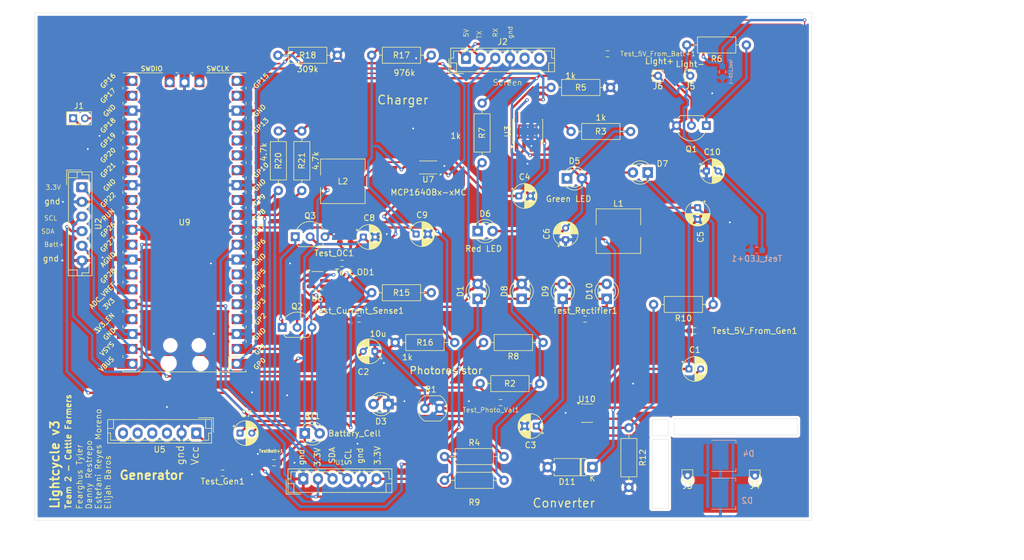
<source format=kicad_pcb>
(kicad_pcb (version 20241229) (generator "pcbnew") (generator_version "9.0")
  (title_block (title "PCB Layout For LightCycle") (date "2025-11-18") (rev "3") (company "LightCycle"))
  (layers (0 "F.Cu" signal) (2 "B.Cu" signal) (13 "F.Paste" user) (15 "B.Paste" user) (5 "F.SilkS" user "F.Silkscreen") (7 "B.SilkS" user "B.Silkscreen") (1 "F.Mask" user) (3 "B.Mask" user) (25 "Edge.Cuts" user))
  (net 0 "")
  (net 1 "Net-(BT1--)")
  (net 2 "GND")
  (net 3 "Net-(U3-~{STDBY})")
  (net 4 "Net-(U3-~{CHRG})")
  (net 5 "Net-(U3-PROG)")
  (net 6 "/5V")
  (net 7 "Net-(D3-A)")
  (net 8 "Net-(D5-K)")
  (net 9 "/V_charge")
  (net 10 "Net-(D6-K)")
  (net 11 "/GPIO26")
  (net 12 "Net-(Q3-G)")
  (net 13 "Net-(U6-CS)")
  (net 14 "Net-(U6-VCC)")
  (net 15 "Net-(Q2-G)")
  (net 17 "/GPIO15")
  (net 18 "Net-(Q1-D)")
  (net 19 "Net-(Q2-D)")
  (net 32 "/GPIO6_SDA")
  (net 40 "/GPIO7_SCL")
  (net 43 "Net-(D10-K)")
  (net 44 "Net-(D1-K)")
  (net 66 "Net-(D11-K)")
  (net 67 "Net-(D7-K)")
  (net 68 "Net-(U10-Vfb)")
  (net 69 "Net-(U7-SW)")
  (net 70 "Net-(U7-V_{FB})")
  (net 71 "/Batt+")
  (net 72 "3.3V")
  (net 73 "/GPIO20")
  (net 74 "/GPIO21")
  (net 75 "/GPIO1_RX")
  (net 76 "/GPIO0_TX")
  (net 77 "/GPIO9")
  (net 78 "/GPIO8")
  (net 79 "/GPIO27")
  (net 80 "Net-(J5-Pin_1)")
  (net 81 "Net-(D2-A)")
  (net 82 "Net-(D2-K)")
  (footprint "Capacitor_THT:CP_Radial_D4.0mm_P2.00mm" (layer "F.Cu") (at 169 94 -90)
    (property "Reference" "C5")
    (property "Value" "20u")
  )
  (footprint "Inductor_SMD:L_Wuerth_WE-PD-Typ-7345" (layer "F.Cu") (at 108.5 89.5)
    (property "Reference" "L2")
    (property "Value" "4.7u")
  )
  (footprint "Resistor_THT:R_Axial_DIN0207_L6.3mm_D2.5mm_P10.16mm_Horizontal" (layer "F.Cu") (at 177.33 66.25 180)
    (property "Reference" "R6")
    (property "Value" "1k")
  )
  (footprint "LED_THT:LED_D3.0mm_Clear" (layer "F.Cu") (at 102 132.5)
    (property "Reference" "BT1")
    (property "Value" "Battery_Cell")
  )
  (footprint "Resistor_THT:R_Axial_DIN0207_L6.3mm_D2.5mm_P10.16mm_Horizontal" (layer "F.Cu") (at 97.5 80.92 -90)
    (property "Reference" "R20")
    (property "Value" "4.7k")
  )
  (footprint "Resistor_THT:R_Axial_DIN0207_L6.3mm_D2.5mm_P10.16mm_Horizontal" (layer "F.Cu") (at 117.42 117)
    (property "Reference" "R16")
    (property "Value" "1k")
  )
  (footprint "LED_THT:LED_D3.0mm_Clear" (layer "F.Cu") (at 160.5 88 180)
    (property "Reference" "D7")
    (property "Value" "1N4148WT")
  )
  (footprint "Resistor_THT:R_Axial_DIN0207_L6.3mm_D2.5mm_P10.16mm_Horizontal" (layer "F.Cu") (at 142.08 124 180)
    (property "Reference" "R2")
    (property "Value" "10k")
  )
  (footprint "Connector_PinHeader_2.00mm:PinHeader_2x01_P2.00mm_Vertical" (layer "F.Cu") (at 62.5 78.75)
    (property "Reference" "J1")
    (property "Value" "IMU_Int1_Int2")
  )
  (footprint "Resistor_SMD:R_0603_1608Metric_Pad0.98x0.95mm_HandSolder" (layer "F.Cu") (at 153.655 67.75)
    (property "Reference" "Test_5V_From_Batt+1")
    (property "Value" "0R")
  )
  (footprint "Package_TO_SOT_THT:TO-92L_Inline_Wide" (layer "F.Cu") (at 100.3775 98.95)
    (property "Reference" "Q3")
    (property "Value" "NMOS")
  )
  (footprint "Connector_JST:JST_EH_B6B-EH-A_1x06_P2.50mm_Vertical" (layer "F.Cu") (at 101.75 140.25)
    (property "Reference" "U1")
    (property "Value" "~")
  )
  (footprint "Resistor_THT:R_Axial_DIN0207_L6.3mm_D2.5mm_P10.16mm_Horizontal" (layer "F.Cu") (at 171.66 110.5 180)
    (property "Reference" "R10")
    (property "Value" "52.3k")
  )
  (footprint "Resistor_THT:R_Axial_DIN0207_L6.3mm_D2.5mm_P10.16mm_Horizontal" (layer "F.Cu") (at 101.5 91.08 90)
    (property "Reference" "R21")
    (property "Value" "4.7k")
  )
  (footprint "Resistor_THT:R_Axial_DIN0207_L6.3mm_D2.5mm_P10.16mm_Horizontal" (layer "F.Cu") (at 157.2825 131.55 -90)
    (property "Reference" "R12")
    (property "Value" "10k")
  )
  (footprint "Package_TO_SOT_SMD:SOT-23-6" (layer "F.Cu") (at 104.1375 106.45)
    (property "Reference" "U6")
    (property "Value" "DW01A")
  )
  (footprint "Package_TO_SOT_SMD:SOT-23-6" (layer "F.Cu") (at 150.1375 129.05)
    (property "Reference" "U10")
    (property "Value" "MCP16301x-xCH")
  )
  (footprint "LED_THT:LED_D3.0mm_Clear" (layer "F.Cu") (at 131.5 98)
    (property "Reference" "D6")
    (property "Value" "Red LED")
  )
  (footprint "LED_THT:LED_D3.0mm_Clear" (layer "F.Cu") (at 146 109.54 90)
    (property "Reference" "D9")
    (property "Value" "1N4148WT" (hide yes))
  )
  (footprint "Connector_JST:JST_EH_B6B-EH-A_1x06_P2.50mm_Vertical" (layer "F.Cu") (at 64 90.5 -90)
    (property "Reference" "U2")
    (property "Value" "~")
  )
  (footprint "Resistor_THT:R_Axial_DIN0207_L6.3mm_D2.5mm_P10.16mm_Horizontal" (layer "F.Cu") (at 157.58 81 180)
    (property "Reference" "R3")
    (property "Value" "1k")
  )
  (footprint "Package_SO:SOIC-8-1EP_3.9x4.9mm_P1.27mm_EP2.41x3.3mm_ThermalVias" (layer "F.Cu") (at 140.0274 81 90)
    (property "Reference" "U3")
    (property "Value" "TP4056-42-ESOP8")
  )
  (footprint "Capacitor_THT:CP_Radial_D4.0mm_P2.00mm" (layer "F.Cu") (at 141.5 131.25 180)
    (property "Reference" "C3")
    (property "Value" "100u")
  )
  (footprint "LED_THT:LED_D3.0mm_Clear" (layer "F.Cu") (at 131.5 109.54 90)
    (property "Reference" "D1")
    (property "Value" "1N4148WT" (hide yes))
  )
  (footprint "Resistor_THT:R_Axial_DIN0207_L6.3mm_D2.5mm_P10.16mm_Horizontal" (layer "F.Cu") (at 113.42 68)
    (property "Reference" "R17")
    (property "Value" "976k")
  )
  (footprint "OptoDevice:R_LDR_4.9x4.2mm_P2.54mm_Vertical" (layer "F.Cu") (at 122.4993 128.2334)
    (property "Reference" "R1")
    (property "Value" "R_Photo")
  )
  (footprint "LED_THT:LED_D3.0mm_Clear" (layer "F.Cu") (at 153.5 109.54 90)
    (property "Reference" "D10")
    (property "Value" "1N4148WT" (hide yes))
  )
  (footprint "Resistor_THT:R_Axial_DIN0207_L6.3mm_D2.5mm_P10.16mm_Horizontal" (layer "F.Cu") (at 132.25 86.33 90)
    (property "Reference" "R7")
    (property "Value" "1k")
  )
  (footprint "Connector_Pin:Pin_D0.7mm_L6.5mm_W1.8mm_FlatFork" (layer "F.Cu") (at 167.75 71.5)
    (property "Reference" "J5")
    (property "Value" "Light-")
  )
  (footprint "Capacitor_THT:CP_Radial_D4.0mm_P2.00mm" (layer "F.Cu") (at 90.969 132.45)
    (property "Reference" "C7")
    (property "Value" "0.1u")
  )
  (footprint "Resistor_SMD:R_0603_1608Metric_Pad0.98x0.95mm_HandSolder" (layer "F.Cu") (at 108.345 103.5)
    (property "Reference" "Test_OD1")
    (property "Value" "0R")
  )
  (footprint "Connector_Pin:Pin_D0.7mm_L6.5mm_W1.8mm_FlatFork" (layer "F.Cu") (at 178.78 139.695)
    (property "Reference" "J4")
    (property "Value" "Light-")
  )
  (footprint "Resistor_THT:R_Axial_DIN0207_L6.3mm_D2.5mm_P10.16mm_Horizontal" (layer "F.Cu") (at 144 73.5)
    (property "Reference" "R5")
    (property "Value" "2k")
  )
  (footprint "Resistor_SMD:R_0603_1608Metric_Pad0.98x0.95mm_HandSolder" (layer "F.Cu") (at 88 139.25 180)
    (property "Reference" "Test_Gen1")
    (property "Value" "0R")
  )
  (footprint "Resistor_THT:R_Axial_DIN0207_L6.3mm_D2.5mm_P10.16mm_Horizontal" (layer "F.Cu") (at 125.84 140.5)
    (property "Reference" "R9")
    (property "Value" "4.7k")
  )
  (footprint "Package_TO_SOT_THT:TO-92L_Inline_Wide" (layer "F.Cu") (at 170.5 80 180)
    (property "Reference" "Q1")
    (property "Value" "NMOS")
  )
  (footprint "Resistor_THT:R_Axial_DIN0207_L6.3mm_D2.5mm_P10.16mm_Horizontal" (layer "F.Cu") (at 142.66 117 180)
    (property "Reference" "R8")
    (property "Value" "10k")
  )
  (footprint "Resistor_THT:R_Axial_DIN0207_L6.3mm_D2.5mm_P10.16mm_Horizontal" (layer "F.Cu") (at 125.84 136.45)
    (property "Reference" "R4")
    (property "Value" "4.7k")
  )
  (footprint "Inductor_SMD:L_Wuerth_WE-PD-Typ-7345" (layer "F.Cu") (at 155.5 98)
    (property "Reference" "L1")
    (property "Value" "22u")
  )
  (footprint "Capacitor_THT:CP_Radial_D4.0mm_P2.00mm" (layer "F.Cu") (at 121 98.5)
    (property "Reference" "C9")
    (property "Value" "10u")
  )
  (footprint "Package_TO_SOT_THT:TO-92L_Inline_Wide" (layer "F.Cu") (at 98.1571 114.41)
    (property "Reference" "Q2")
    (property "Value" "NMOS")
  )
  (footprint "Package_DFN_QFN:DFN-8-1EP_3x2mm_P0.5mm_EP1.75x1.45mm" (layer "F.Cu") (at 123.0625 87.1375 180)
    (property "Reference" "U7")
    (property "Value" "MCP1640Bx-xMC")
  )
  (footprint "Connector_JST:JST_EH_B6B-EH-A_1x06_P2.50mm_Vertical" (layer "F.Cu") (at 129.5 68.5)
    (property "Reference" "J2")
    (property "Value" "Screen")
  )
  (footprint "Resistor_SMD:R_0603_1608Metric_Pad0.98x0.95mm_HandSolder" (layer "F.Cu") (at 149.82 113)
    (property "Reference" "Test_Rectifier1")
    (property "Value" "0R")
  )
  (footprint "Connector_Pin:Pin_D0.7mm_L6.5mm_W1.8mm_FlatFork" (layer "F.Cu") (at 167.28 139.645)
    (property "Reference" "J3")
    (property "Value" "Light+")
  )
  (footprint "Resistor_THT:R_Axial_DIN0207_L6.3mm_D2.5mm_P10.16mm_Horizontal" (layer "F.Cu") (at 97.42 68)
    (property "Reference" "R18")
    (property "Value" "309k")
  )
  (footprint "LED_THT:LED_D3.0mm_Clear" (layer "F.Cu") (at 116.27 127.5 180)
    (property "Reference" "D3")
    (property "Value" "LED")
  )
  (footprint "Capacitor_THT:CP_Radial_D4.0mm_P2.00mm" (layer "F.Cu") (at 112 99)
    (property "Reference" "C8")
    (property "Value" "4.7u")
  )
  (footprint "Capacitor_THT:CP_Radial_D4.0mm_P2.00mm" (layer "F.Cu") (at 146.5 99.4726 90)
    (property "Reference" "C6")
    (property "Value" "100u")
  )
  (footprint "Capacitor_THT:CP_Radial_D4.0mm_P2.00mm" (layer "F.Cu") (at 167.5274 121.5)
    (property "Reference" "C1")
    (property "Value" "100n")
  )
  (footprint "Connector_JST:JST_EH_B6B-EH-A_1x06_P2.50mm_Vertical" (layer "F.Cu") (at 83.5 132.45 180)
    (property "Reference" "U5")
    (property "Value" "~")
  )
  (footprint "Capacitor_THT:CP_Radial_D4.0mm_P2.00mm" (layer "F.Cu") (at 113.9726 118.5 180)
    (property "Reference" "C2")
    (property "Value" "10u")
  )
  (footprint "Resistor_SMD:R_0603_1608Metric_Pad0.98x0.95mm_HandSolder" (layer "F.Cu") (at 96.75 137.5)
    (property "Reference" "TestBatt+1")
    (property "Value" "0R")
  )
  (footprint "Resistor_THT:R_Axial_DIN0207_L6.3mm_D2.5mm_P10.16mm_Horizontal" (layer "F.Cu") (at 123.58 108.5 180)
    (property "Reference" "R15")
    (property "Value" "100R")
  )
  (footprint "Resistor_SMD:R_0603_1608Metric_Pad0.98x0.95mm_HandSolder" (layer "F.Cu") (at 111.25 113)
    (property "Reference" "Test_Current_Sense1")
    (property "Value" "0R")
  )
  (footprint "Resistor_SMD:R_0603_1608Metric_Pad0.98x0.95mm_HandSolder" (layer "F.Cu") (at 108.905 100 180)
    (property "Reference" "Test_OC1")
    (property "Value" "0R")
  )
  (footprint "LED_THT:LED_D3.0mm_Clear" (layer "F.Cu") (at 146.73 89)
    (property "Reference" "D5")
    (property "Value" "Green LED")
  )
  (footprint "Connector_Pin:Pin_D0.7mm_L6.5mm_W1.8mm_FlatFork" (layer "F.Cu") (at 162.25 71.5)
    (property "Reference" "J6")
    (property "Value" "Light+")
  )
  (footprint "Resistor_SMD:R_0603_1608Metric_Pad0.98x0.95mm_HandSolder" (layer "F.Cu") (at 168.5 115)
    (property "Reference" "Test_5V_From_Gen1")
    (property "Value" "0R")
  )
  (footprint "LED_THT:LED_D3.0mm_Clear" (layer "F.Cu") (at 139 109.54 90)
    (property "Reference" "D8")
    (property "Value" "1N4148WT" (hide yes))
  )
  (footprint "Capacitor_THT:CP_Radial_D4.0mm_P2.00mm" (layer "F.Cu") (at 138.5 92)
    (property "Reference" "C4")
    (property "Value" "10u")
  )
  (footprint "Diode_THT:D_A-405_P7.62mm_Horizontal" (layer "F.Cu") (at 151.06 138.25 180)
    (property "Reference" "D11")
    (property "Value" "D_Schottky")
  )
  (footprint "Capacitor_THT:CP_Radial_D4.0mm_P2.00mm" (layer "F.Cu") (at 170.5 87.75)
    (property "Reference" "C10")
    (property "Value" "100n")
  )
  (footprint "Resistor_SMD:R_0603_1608Metric_Pad0.98x0.95mm_HandSolder" (layer "F.Cu") (at 135.405 127.25 180)
    (property "Reference" "Test_Photo_Val1")
    (property "Value" "0R")
  )
  (footprint "MCU_RaspberryPi_and_Boards:RPi_Pico_SMD_TH" (layer "F.Cu") (at 81.5 96.5 180)
    (property "Reference" "U9")
    (property "Value" "Pico")
  )
  (footprint "LED_SMD:LED_Cree-XHP50_3V_HighDensity" (layer "B.Cu") (at 172.89 136.32 180)
    (property "Reference" "D4")
    (property "Value" "LED_Cree_XHP50_3V_HighDensity" (hide yes))
  )
  (footprint "Resistor_SMD:R_0603_1608Metric_Pad0.98x0.95mm_HandSolder" (layer "B.Cu") (at 173.25 70.8375 90)
    (property "Reference" "Test_LED-1")
    (property "Value" "0R")
  )
  (footprint "Resistor_SMD:R_0603_1608Metric_Pad0.98x0.95mm_HandSolder" (layer "B.Cu") (at 179.0875 101.25)
    (property "Reference" "Test_LED+1")
    (property "Value" "0R")
  )
  (footprint "LED_SMD:LED_Cree-XHP50_3V_HighDensity" (layer "B.Cu") (at 172.86 142.775 180)
    (property "Reference" "D2")
    (property "Value" "LED_Cree_XHP50_3V_HighDensity" (hide yes))
  )
  (gr_rect (start 56.821362 62) (end 187.25 146.624906) (stroke (width 0.2)) (fill no) (layer "F.Cu") (net 80))
  (gr_rect (start 161.25 133.5) (end 164 145.25) (stroke (width 0.05)) (fill no) (layer "Edge.Cuts"))
  (gr_rect (start 161.25 130.125) (end 164 132.875) (stroke (width 0.05)) (fill no) (layer "Edge.Cuts"))
  (gr_rect (start 55.936681 60.771756) (end 188.478244 147.313319) (stroke (width 0.05)) (fill no) (layer "Edge.Cuts"))
  (gr_rect (start 165 130) (end 186 132.75) (stroke (width 0.05)) (fill no) (layer "Edge.Cuts"))
  (gr_text "1k" (at 127.75 81.75 0) (layer "F.SilkS") (effects (font (size 1 1))))
  (gr_text "SDA" (at 57 98.5 0) (layer "F.SilkS") (effects (font (size 0.8 0.8) (thickness 0.1)) (justify left bottom)))
  (gr_text "Fearghus Tyler\nDanny Restrepo\nEstefani Reyes Moreno\nElijah Baros" (at 69 145.5 90) (layer "F.SilkS") (effects (font (size 1 1) (thickness 0.12)) (justify left bottom)))
  (gr_text "3.3V" (at 115 138 90) (layer "F.SilkS") (effects (font (size 1 1)) (justify left bottom)))
  (gr_text "Batt+" (at 57.5 100.75 0) (layer "F.SilkS") (effects (font (size 0.8 0.8) (thickness 0.1)) (justify left bottom)))
  (gr_text "gnd" (at 81.5 138 90) (layer "F.SilkS") (effects (font (size 1.25 1.25)) (justify left bottom)))
  (gr_text "Lightcycle v3" (at 60.25 145.5 90) (layer "F.SilkS") (effects (font (size 1.5 1.5) (thickness 0.3) (bold yes)) (justify left bottom)))
  (gr_text "3.3V" (at 104.75 138.25 90) (layer "F.SilkS") (effects (font (size 1 1)) (justify left bottom)))
  (gr_text "3.3V" (at 57.75 91 0) (layer "F.SilkS") (effects (font (size 0.8 0.8) (thickness 0.1)) (justify left bottom)))
  (gr_text "gnd" (at 137.5 65.25 90) (layer "F.SilkS") (effects (font (size 0.8 0.8) (thickness 0.1)) (justify left bottom)))
  (gr_text "SCL" (at 57.5 96.25 0) (layer "F.SilkS") (effects (font (size 0.8 0.8) (thickness 0.1)) (justify left bottom)))
  (gr_text "Team 2 - Cattle Farmers" (at 62.25 145.5 90) (layer "F.SilkS") (effects (font (size 1 1) (thickness 0.2) (bold yes)) (justify left bottom)))
  (gr_text "Charger" (at 114.25 76.5 0) (layer "F.SilkS") (effects (font (size 1.5 1.5) (thickness 0.1875)) (justify left bottom)))
  (gr_text "5V" (at 130 65 90) (layer "F.SilkS") (effects (font (size 0.8 0.8) (thickness 0.1)) (justify left bottom)))
  (gr_text "TX" (at 132.25 65.25 90) (layer "F.SilkS") (effects (font (size 0.8 0.8) (thickness 0.1)) (justify left bottom)))
  (gr_text "SDA" (at 107.25 137.75 90) (layer "F.SilkS") (effects (font (size 1 1)) (justify left bottom)))
  (gr_text "gnd" (at 57.25 103.25 0) (layer "F.SilkS") (effects (font (size 1 1)) (justify left bottom)))
  (gr_text "Generator" (at 70.25 140.5 0) (layer "F.SilkS") (effects (font (size 1.5 1.5) (thickness 0.3) (bold yes)) (justify left bottom)))
  (gr_text "Vcc" (at 84 138 90) (layer "F.SilkS") (effects (font (size 1.25 1.25)) (justify left bottom)))
  (gr_text "Photoresistor" (at 119.75 122.5 0) (layer "F.SilkS") (effects (font (size 1.25 1.25) (thickness 0.1875)) (justify left bottom)))
  (gr_text "Converter" (at 140.75 145.25 0) (layer "F.SilkS") (effects (font (size 1.5 1.5) (thickness 0.1875)) (justify left bottom)))
  (gr_text "Screen" (at 134 73.25 0) (layer "F.SilkS") (effects (font (size 1 1) (thickness 0.1)) (justify left bottom)))
  (gr_text "gnd" (at 57.5 93.5 0) (layer "F.SilkS") (effects (font (size 1 1)) (justify left bottom)))
  (gr_text "1k" (at 147.33 71.5 0) (layer "F.SilkS") (effects (font (size 1 1))))
  (gr_text "gnd" (at 112 137.75 90) (layer "F.SilkS") (effects (font (size 1 1)) (justify left bottom)))
  (gr_text "RX" (at 135 65 90) (layer "F.SilkS") (effects (font (size 0.8 0.8) (thickness 0.1)) (justify left bottom)))
  (gr_text "SCL" (at 110 138 90) (layer "F.SilkS") (effects (font (size 1 1)) (justify left bottom)))
  (gr_text "gnd" (at 102 138 90) (layer "F.SilkS") (effects (font (size 1 1)) (justify left bottom)))
  (segment (start 94.3207 131.098) (end 103.138 131.098) (width 0.4) (layer "F.Cu") (net 1))
  (segment (start 106.947 105.438) (end 105.338 105.438) (width 0.4) (layer "F.Cu") (net 1))
  (segment (start 103.138 131.098) (end 104.54 132.5) (width 0.4) (layer "F.Cu") (net 1))
  (segment (start 105.338 105.438) (end 105.275 105.5) (width 0.4) (layer "F.Cu") (net 1))
  (segment (start 92.969 132.45) (end 94.3207 131.098) (width 0.4) (layer "F.Cu") (net 1))
  (via (at 106.947 105.438) (size 0.6) (drill 0.3) (layers "F.Cu" "B.Cu") (net 1))
  (segment (start 103.237 131.197) (end 104.54 132.5) (width 0.4) (layer "B.Cu") (net 1))
  (segment (start 106.226 105.438) (end 106.947 105.438) (width 0.4) (layer "B.Cu") (net 1))
  (segment (start 103.237 114.41) (end 103.237 131.197) (width 0.4) (layer "B.Cu") (net 1))
  (segment (start 103.095 114.268) (end 103.095 108.569) (width 0.4) (layer "B.Cu") (net 1))
  (segment (start 103.095 108.569) (end 106.226 105.438) (width 0.4) (layer "B.Cu") (net 1))
  (segment (start 103.2371 114.41) (end 103.237 114.41) (width 0.4) (layer "B.Cu") (net 1))
  (segment (start 103.237 114.41) (end 103.095 114.268) (width 0.4) (layer "B.Cu") (net 1))
  (segment (start 92.75 139.25) (end 93 139.5) (width 0.4) (layer "F.Cu") (net 2))
  (segment (start 140.662 82.265) (end 141.227 81.7) (width 0.4) (layer "F.Cu") (net 2))
  (segment (start 125.8105 86.8875) (end 125.4615 87.2365) (width 0.4) (layer "F.Cu") (net 2))
  (segment (start 140.662 81.635) (end 140.662 82.265) (width 0.4) (layer "F.Cu") (net 2))
  (segment (start 141.227 80.3) (end 141.227 80.5) (width 0.4) (layer "F.Cu") (net 2))
  (segment (start 114 99) (end 115.5 99) (width 0.4) (layer "F.Cu") (net 2))
  (segment (start 140.662 83.475) (end 140.662 82.265) (width 0.4) (layer "F.Cu") (net 2))
  (segment (start 94.3375 136) (end 95.8375 137.5) (width 0.4) (layer "F.Cu") (net 2))
  (segment (start 115.5 99) (end 116 98.5) (width 0.4) (layer "F.Cu") (net 2))
  (segment (start 138.827 81.7) (end 138.827 80.3) (width 0.4) (layer "F.Cu") (net 2))
  (segment (start 140.662 83.475) (end 140.662 82.265) (width 0.4) (layer "F.Cu") (net 2))
  (segment (start 128.767 128.233) (end 130 127) (width 0.4) (layer "F.Cu") (net 2))
  (segment (start 138.8274 80.3) (end 139.327 80.3) (width 0.4) (layer "F.Cu") (net 2))
  (segment (start 86.65 102.85) (end 86 103.5) (width 0.4) (layer "F.Cu") (net 2))
  (segment (start 138.827 81.7) (end 138.122 82.405) (width 0.4) (layer "F.Cu") (net 2))
  (segment (start 94 136) (end 94.3375 136) (width 0.4) (layer "F.Cu") (net 2))
  (segment (start 138.122 82.405) (end 138.122 83.475) (width 0.4) (layer "F.Cu") (net 2))
  (segment (start 125.039 128.233) (end 128.767 128.233) (width 0.4) (layer "F.Cu") (net 2))
  (segment (start 107 98.5) (end 105.908 98.5) (width 0.4) (layer "F.Cu") (net 2))
  (segment (start 88.9125 139.25) (end 92.75 139.25) (width 0.4) (layer "F.Cu") (net 2))
  (segment (start 90.39 102.85) (end 86.65 102.85) (width 0.4) (layer "F.Cu") (net 2))
  (segment (start 138.827 80.3) (end 138.8274 80.3) (width 0.4) (layer "F.Cu") (net 2))
  (segment (start 67 115) (end 72.06 115) (width 0.4) (layer "F.Cu") (net 2))
  (segment (start 72.06 115) (end 72.61 115.55) (width 0.4) (layer "F.Cu") (net 2))
  (segment (start 141.227 80.5) (end 140.027 81.7) (width 0.4) (layer "F.Cu") (net 2))
  (segment (start 105.908 98.5) (end 105.458 98.95) (width 0.4) (layer "F.Cu") (net 2))
  (segment (start 118.5 127.5) (end 119 127) (width 0.4) (layer "F.Cu") (net 2))
  (segment (start 139.327 80.3) (end 140.662 81.635) (width 0.4) (layer "F.Cu") (net 2))
  (segment (start 148.95 129) (end 149 129.05) (width 0.4) (layer "F.Cu") (net 2))
  (segment (start 125.4615 87.2365) (end 124.6635 87.2365) (width 0.5) (layer "F.Cu") (net 2))
  (segment (start 140.027 80.3) (end 140.027 80.5) (width 0.4) (layer "F.Cu") (net 2))
  (segment (start 90.39 115.55) (end 86.55 115.55) (width 0.4) (layer "F.Cu") (net 2))
  (segment (start 64 103) (end 60.6475 103) (width 0.4) (layer "F.Cu") (net 2))
  (segment (start 86.55 115.55) (end 86.5 115.5) (width 0.4) (layer "F.Cu") (net 2))
  (segment (start 72.26 102.5) (end 72.61 102.85) (width 0.4) (layer "F.Cu") (net 2))
  (segment (start 141.227 81.7) (end 138.827 81.7) (width 0.4) (layer "F.Cu") (net 2))
  (segment (start 64 93) (end 60.75 93) (width 0.4) (layer "F.Cu") (net 2))
  (segment (start 146.5 129) (end 148.95 129) (width 0.4) (layer "F.Cu") (net 2))
  (segment (start 113.973 118.5) (end 113.973 118.973) (width 0.4) (layer "F.Cu") (net 2))
  (segment (start 116.27 127.5) (end 118.5 127.5) (width 0.4) (layer "F.Cu") (net 2))
  (segment (start 140.027 80.5) (end 138.827 81.7) (width 0.4) (layer "F.Cu") (net 2))
  (segment (start 67.5 102.5) (end 72.26 102.5) (width 0.4) (layer "F.Cu") (net 2))
  (segment (start 113.973 118.973) (end 115.5 120.5) (width 0.4) (layer "F.Cu") (net 2))
  (via (at 67 81.75) (size 0.6) (drill 0.3) (layers "F.Cu" "B.Cu") (net 2))
  (via (at 120.5 80.5) (size 0.6) (drill 0.3) (layers "F.Cu" "B.Cu") (net 2))
  (via (at 107 98.5) (size 0.6) (drill 0.3) (layers "F.Cu" "B.Cu") (net 2))
  (via (at 174.5 96.5) (size 0.6) (drill 0.3) (layers "F.Cu" "B.Cu") (net 2))
  (via (at 60.6475 103) (size 0.6) (drill 0.3) (layers "F.Cu" "B.Cu") (net 2))
  (via (at 140.662 83.475) (size 0.6) (drill 0.3) (layers "F.Cu" "B.Cu") (net 2))
  (via (at 119 127) (size 0.6) (drill 0.3) (layers "F.Cu" "B.Cu") (net 2))
  (via (at 130 127) (size 0.6) (drill 0.3) (layers "F.Cu" "B.Cu") (net 2))
  (via (at 99.5 103.5) (size 0.6) (drill 0.3) (layers "F.Cu" "B.Cu") (net 2))
  (via (at 93 139.5) (size 0.6) (drill 0.3) (layers "F.Cu" "B.Cu") (net 2))
  (via (at 67 115) (size 0.6) (drill 0.3) (layers "F.Cu" "B.Cu") (net 2))
  (via (at 116 98.5) (size 0.6) (drill 0.3) (layers "F.Cu" "B.Cu") (net 2))
  (via (at 158 124) (size 0.6) (drill 0.3) (layers "F.Cu" "B.Cu") (net 2))
  (via (at 94 136) (size 0.6) (drill 0.3) (layers "F.Cu" "B.Cu") (net 2))
  (via (at 125.8105 86.8875) (size 0.6) (drill 0.3) (layers "F.Cu" "B.Cu") (net 2))
  (via (at 171.5 74.5) (size 0.6) (drill 0.3) (layers "F.Cu" "B.Cu") (net 2))
  (via (at 86 103.5) (size 0.6) (drill 0.3) (layers "F.Cu" "B.Cu") (net 2))
  (via (at 65 84) (size 0.6) (drill 0.3) (layers "F.Cu" "B.Cu") (net 2))
  (via (at 100.25 137.5) (size 0.6) (drill 0.3) (layers "F.Cu" "B.Cu") (net 2))
  (via (at 67.5 102.5) (size 0.6) (drill 0.3) (layers "F.Cu" "B.Cu") (net 2))
  (via (at 78.5 128) (size 0.6) (drill 0.3) (layers "F.Cu" "B.Cu") (net 2))
  (via (at 146.5 129) (size 0.6) (drill 0.3) (layers "F.Cu" "B.Cu") (net 2))
  (via (at 121 68.5) (size 0.6) (drill 0.3) (layers "F.Cu" "B.Cu") (net 2))
  (via (at 60.75 93) (size 0.6) (drill 0.3) (layers "F.Cu" "B.Cu") (net 2))
  (via (at 99 126) (size 0.6) (drill 0.3) (layers "F.Cu" "B.Cu") (net 2))
  (via (at 111 134.25) (size 0.6) (drill 0.3) (layers "F.Cu" "B.Cu") (net 2))
  (via (at 86.5 115.5) (size 0.6) (drill 0.3) (layers "F.Cu" "B.Cu") (net 2))
  (via (at 93 125.5) (size 0.6) (drill 0.3) (layers "F.Cu" "B.Cu") (net 2))
  (via (at 140 86.5) (size 0.6) (drill 0.3) (layers "F.Cu" "B.Cu") (net 2))
  (via (at 115.5 120.5) (size 0.6) (drill 0.3) (layers "F.Cu" "B.Cu") (net 2))
  (segment (start 173.25 71.75) (end 173.25 72.75) (width 0.4) (layer "B.Cu") (net 2))
  (segment (start 173.25 72.75) (end 171.5 74.5) (width 0.4) (layer "B.Cu") (net 2))
  (segment (start 111.75 135) (end 111 134.25) (width 0.4) (layer "B.Cu") (net 2))
  (segment (start 141.242 84.0541) (end 140.662 83.475) (width 0.4) (layer "B.Cu") (net 2))
  (segment (start 101.75 140.25) (end 101.75 139) (width 0.4) (layer "B.Cu") (net 2))
  (segment (start 101.75 139) (end 100.25 137.5) (width 0.4) (layer "B.Cu") (net 2))
  (segment (start 141.242 85.4319) (end 141.242 84.0541) (width 0.4) (layer "B.Cu") (net 2))
  (segment (start 140.173 86.5) (end 141.242 85.4319) (width 0.4) (layer "B.Cu") (net 2))
  (segment (start 140 86.5) (end 140.173 86.5) (width 0.4) (layer "B.Cu") (net 2))
  (segment (start 111.75 140.25) (end 111.75 135) (width 0.4) (layer "B.Cu") (net 2))
  (segment (start 141.482 77.0261) (end 140.662 77.8453) (width 0.4) (layer "F.Cu") (net 3))
  (segment (start 140.662 77.8453) (end 140.662 78.525) (width 0.4) (layer "F.Cu") (net 3))
  (segment (start 140.6624 78.525) (end 140.662 78.525) (width 0.4) (layer "F.Cu") (net 3))
  (segment (start 147.42 81) (end 143.446 77.0261) (width 0.4) (layer "F.Cu") (net 3))
  (segment (start 143.446 77.0261) (end 141.482 77.0261) (width 0.4) (layer "F.Cu") (net 3))
  (segment (start 141.651 75.563) (end 139.392 77.8216) (width 0.4) (layer "F.Cu") (net 4))
  (segment (start 139.392 78.1733) (end 139.392 78.525) (width 0.4) (layer "F.Cu") (net 4))
  (segment (start 139.3924 78.1737) (end 139.3924 78.525) (width 0.4) (layer "F.Cu") (net 4))
  (segment (start 139.392 78.1733) (end 139.3924 78.1737) (width 0.4) (layer "F.Cu") (net 4))
  (segment (start 142.68 75.563) (end 141.651 75.563) (width 0.4) (layer "F.Cu") (net 4))
  (segment (start 139.392 77.8216) (end 139.392 78.1733) (width 0.4) (layer "F.Cu") (net 4))
  (via (at 142.68 75.563) (size 0.6) (drill 0.3) (layers "F.Cu" "B.Cu") (net 4))
  (segment (start 141.884 71.116) (end 142.68 71.9121) (width 0.4) (layer "B.Cu") (net 4))
  (segment (start 142.68 71.9121) (end 142.68 75.563) (width 0.4) (layer "B.Cu") (net 4))
  (segment (start 132.25 76.17) (end 137.304 71.116) (width 0.4) (layer "B.Cu") (net 4))
  (segment (start 137.304 71.116) (end 141.884 71.116) (width 0.4) (layer "B.Cu") (net 4))
  (segment (start 139.392 84.1437) (end 139.392 83.8093) (width 0.4) (layer "F.Cu") (net 5))
  (segment (start 138.58 84.9565) (end 139.392 84.1437) (width 0.4) (layer "F.Cu") (net 5))
  (segment (start 139.392 83.8093) (end 139.392 83.475) (width 0.4) (layer "F.Cu") (net 5))
  (segment (start 139.3924 83.8089) (end 139.3924 83.475) (width 0.4) (layer "F.Cu") (net 5))
  (segment (start 137.299 77.0993) (end 137.299 84.5599) (width 0.4) (layer "F.Cu") (net 5))
  (segment (start 137.299 84.5599) (end 137.695 84.9565) (width 0.4) (layer "F.Cu") (net 5))
  (segment (start 139.392 83.8093) (end 139.3924 83.8089) (width 0.4) (layer "F.Cu") (net 5))
  (segment (start 140.898 73.5) (end 137.299 77.0993) (width 0.4) (layer "F.Cu") (net 5))
  (segment (start 137.695 84.9565) (end 138.58 84.9565) (width 0.4) (layer "F.Cu") (net 5))
  (segment (start 144 73.5) (end 140.898 73.5) (width 0.4) (layer "F.Cu") (net 5))
  (segment (start 113.42 68) (end 114.792 66.6278) (width 0.4) (layer "F.Cu") (net 6))
  (segment (start 152.898 66.0808) (end 131.08 66.0808) (width 0.4) (layer "F.Cu") (net 6))
  (segment (start 118.962 87.0385) (end 121.462 87.0385) (width 0.4) (layer "F.Cu") (net 6))
  (segment (start 121.462 87.0385) (end 121.612 87.1895) (width 0.4) (layer "F.Cu") (net 6))
  (segment (start 127.628 66.6278) (end 129.5 68.5) (width 0.4) (layer "F.Cu") (net 6))
  (segment (start 154.5677 67.7498) (end 152.898 66.0808) (width 0.4) (layer "F.Cu") (net 6))
  (segment (start 114.792 66.6278) (end 127.628 66.6278) (width 0.4) (layer "F.Cu") (net 6))
  (segment (start 154.568 67.75) (end 154.5677 67.7498) (width 0.4) (layer "F.Cu") (net 6))
  (segment (start 118.5 87.5) (end 118.962 87.0385) (width 0.4) (layer "F.Cu") (net 6))
  (segment (start 121.612 87.1895) (end 121.612 87.2365) (width 0.4) (layer "F.Cu") (net 6))
  (segment (start 154.5675 67.75) (end 154.5677 67.7498) (width 0.4) (layer "F.Cu") (net 6))
  (via (at 131.08 66.0808) (size 0.6) (drill 0.3) (layers "F.Cu" "B.Cu") (net 6))
  (via (at 118.5 87.5) (size 0.6) (drill 0.3) (layers "F.Cu" "B.Cu") (net 6))
  (segment (start 113.42 68) (end 113.42 83.5) (width 0.4) (layer "B.Cu") (net 6))
  (segment (start 112.834 90.3343) (end 112.834 87.1998) (width 0.4) (layer "B.Cu") (net 6))
  (segment (start 112.834 86.0918) (end 112.834 87.1998) (width 0.4) (layer "B.Cu") (net 6))
  (segment (start 121 98.5) (end 112.834 90.3343) (width 0.4) (layer "B.Cu") (net 6))
  (segment (start 113.42 85.5061) (end 112.834 86.0918) (width 0.4) (layer "B.Cu") (net 6))
  (segment (start 129.5 67.6604) (end 129.5 68.5) (width 0.4) (layer "B.Cu") (net 6))
  (segment (start 131.08 66.0808) (end 129.5 67.6604) (width 0.4) (layer "B.Cu") (net 6))
  (segment (start 112.834 87.1998) (end 112.834 86.0918) (width 0.4) (layer "B.Cu") (net 6))
  (segment (start 113.42 83.5) (end 114.5 83.5) (width 0.4) (layer "B.Cu") (net 6))
  (segment (start 113.42 83.5) (end 113.42 85.5061) (width 0.4) (layer "B.Cu") (net 6))
  (segment (start 114.5 83.5) (end 118.5 87.5) (width 0.4) (layer "B.Cu") (net 6))
  (segment (start 116.061 125.169) (end 113.73 127.5) (width 0.4) (layer "F.Cu") (net 7))
  (segment (start 132.5 117) (end 124.331 125.169) (width 0.4) (layer "F.Cu") (net 7))
  (segment (start 124.331 125.169) (end 116.061 125.169) (width 0.4) (layer "F.Cu") (net 7))
  (segment (start 154.73 81) (end 157.58 81) (width 0.4) (layer "B.Cu") (net 8))
  (segment (start 146.73 89) (end 154.73 81) (width 0.4) (layer "B.Cu") (net 8))
  (segment (start 138.122 77.4094) (end 138.122 78.525) (width 0.4) (layer "F.Cu") (net 9))
  (segment (start 145.224 84.9535) (end 149.27 89) (width 0.4) (layer "F.Cu") (net 9))
  (segment (start 141.9324 83.475) (end 141.932 83.475) (width 0.4) (layer "F.Cu") (net 9))
  (segment (start 141.932 84.9535) (end 140.587 84.9535) (width 0.4) (layer "F.Cu") (net 9))
  (segment (start 158.5 94) (end 154.27 94) (width 0.4) (layer "F.Cu") (net 9))
  (segment (start 169.412 114.687) (end 169.412 112.748) (width 0.4) (layer "F.Cu") (net 9))
  (segment (start 141.932 83.475) (end 141.932 84.9535) (width 0.4) (layer "F.Cu") (net 9))
  (segment (start 169.412 112.748) (end 171.66 110.5) (width 0.4) (layer "F.Cu") (net 9))
  (segment (start 134.04 98) (end 145.973 98) (width 0.4) (layer "F.Cu") (net 9))
  (segment (start 138.1224 78.525) (end 138.122 78.525) (width 0.4) (layer "F.Cu") (net 9))
  (segment (start 149.27 89) (end 150.27 88) (width 0.4) (layer "F.Cu") (net 9))
  (segment (start 140.587 84.9535) (end 140.44 85.1001) (width 0.4) (layer "F.Cu") (net 9))
  (segment (start 169.412 115) (end 169.412 114.687) (width 0.4) (layer "F.Cu") (net 9))
  (segment (start 150.27 88) (end 157.96 88) (width 0.4) (layer "F.Cu") (net 9))
  (segment (start 154.27 94) (end 149.27 89) (width 0.4) (layer "F.Cu") (net 9))
  (segment (start 145.973 98) (end 146.5 97.4726) (width 0.4) (layer "F.Cu") (net 9))
  (segment (start 139.902 75.6299) (end 138.122 77.4094) (width 0.4) (layer "F.Cu") (net 9))
  (segment (start 158.5 98) (end 158.5 94) (width 0.4) (layer "F.Cu") (net 9))
  (segment (start 141.932 84.9535) (end 145.224 84.9535) (width 0.4) (layer "F.Cu") (net 9))
  (segment (start 169 94) (end 158.5 94) (width 0.4) (layer "F.Cu") (net 9))
  (segment (start 169.412 114.9995) (end 169.4125 115) (width 0.4) (layer "F.Cu") (net 9))
  (segment (start 169.412 114.687) (end 169.412 114.9995) (width 0.4) (layer "F.Cu") (net 9))
  (via (at 139.902 75.6299) (size 0.6) (drill 0.3) (layers "F.Cu" "B.Cu") (net 9))
  (via (at 140.44 85.1001) (size 0.6) (drill 0.3) (layers "F.Cu" "B.Cu") (net 9))
  (segment (start 171.66 96.66) (end 169 94) (width 0.4) (layer "B.Cu") (net 9))
  (segment (start 149.27 94.7026) (end 146.5 97.4726) (width 0.4) (layer "B.Cu") (net 9))
  (segment (start 171.66 110.5) (end 171.66 96.66) (width 0.4) (layer "B.Cu") (net 9))
  (segment (start 138.076 77.4561) (end 139.902 75.6299) (width 0.4) (layer "B.Cu") (net 9))
  (segment (start 138.076 82.7353) (end 138.076 77.4561) (width 0.4) (layer "B.Cu") (net 9))
  (segment (start 149.27 89) (end 149.27 94.7026) (width 0.4) (layer "B.Cu") (net 9))
  (segment (start 140.44 85.1001) (end 138.076 82.7353) (width 0.4) (layer "B.Cu") (net 9))
  (segment (start 131.5 87.08) (end 132.25 86.33) (width 0.4) (layer "B.Cu") (net 10))
  (segment (start 131.5 98) (end 131.5 87.08) (width 0.4) (layer "B.Cu") (net 10))
  (segment (start 134.4925 127.25) (end 134.492 127.25) (width 0.4) (layer "F.Cu") (net 11))
  (segment (start 107.72 122.753) (end 78.4557 122.753) (width 0.4) (layer "F.Cu") (net 11))
  (segment (start 131.92 124.678) (end 131.92 124) (width 0.4) (layer "F.Cu") (net 11))
  (segment (start 111.973 118.5) (end 109.8465 120.6265) (width 0.4) (layer "F.Cu") (net 11))
  (segment (start 126.055 124.678) (end 131.92 124.678) (width 0.4) (layer "F.Cu") (net 11))
  (segment (start 122.499 128.233) (end 126.055 124.678) (width 0.4) (layer "F.Cu") (net 11))
  (segment (start 109.8465 120.6265) (end 111.9726 118.5004) (width 0.4) (layer "F.Cu") (net 11))
  (segment (start 109.8465 120.6265) (end 107.72 122.753) (width 0.4) (layer "F.Cu") (net 11))
  (segment (start 111.9726 118.5004) (end 111.9726 118.5) (width 0.4) (layer "F.Cu") (net 11))
  (segment (start 122.4993 128.2333) (end 122.499 128.233) (width 0.4) (layer "F.Cu") (net 11))
  (segment (start 122.4993 128.2334) (end 122.4993 128.2333) (width 0.4) (layer "F.Cu") (net 11))
  (segment (start 134.492 127.25) (end 131.92 124.678) (width 0.4) (layer "F.Cu") (net 11))
  (via (at 78.4557 122.753) (size 0.6) (drill 0.3) (layers "F.Cu" "B.Cu") (net 11))
  (segment (start 73.9617 97.77) (end 74.993 98.8013) (width 0.4) (layer "B.Cu") (net 11))
  (segment (start 122.499 128.2331) (end 122.499 128.233) (width 0.4) (layer "B.Cu") (net 11))
  (segment (start 74.993 98.8013) (end 74.993 119.29) (width 0.4) (layer "B.Cu") (net 11))
  (segment (start 122.4993 128.2334) (end 122.499 128.2331) (width 0.4) (layer "B.Cu") (net 11))
  (segment (start 72.61 97.77) (end 73.9617 97.77) (width 0.4) (layer "B.Cu") (net 11))
  (segment (start 114.726 117.39) (end 122.499 125.164) (width 0.4) (layer "B.Cu") (net 11))
  (segment (start 113.082 117.39) (end 114.726 117.39) (width 0.4) (layer "B.Cu") (net 11))
  (segment (start 122.499 125.164) (end 122.499 128.233) (width 0.4) (layer "B.Cu") (net 11))
  (segment (start 74.993 119.29) (end 78.4557 122.753) (width 0.4) (layer "B.Cu") (net 11))
  (segment (start 111.9726 118.5) (end 111.973 118.5) (width 0.4) (layer "B.Cu") (net 11))
  (segment (start 111.973 118.5) (end 113.082 117.39) (width 0.4) (layer "B.Cu") (net 11))
  (segment (start 107.8835 100.109) (end 107.9925 100) (width 0.4) (layer "F.Cu") (net 12))
  (segment (start 103.552 99.584) (end 103.5515 99.584) (width 0.4) (layer "F.Cu") (net 12))
  (segment (start 107.774 100.218) (end 110.282 102.726) (width 0.4) (layer "F.Cu") (net 12))
  (segment (start 110.282 105.076) (end 107.111 108.247) (width 0.4) (layer "F.Cu") (net 12))
  (segment (start 110.282 102.726) (end 110.282 105.076) (width 0.4) (layer "F.Cu") (net 12))
  (segment (start 103.552 99.584) (end 102.918 98.95) (width 0.4) (layer "F.Cu") (net 12))
  (segment (start 103.5515 99.584) (end 102.9175 98.95) (width 0.4) (layer "F.Cu") (net 12))
  (segment (start 107.883 100.109) (end 107.774 100.218) (width 0.4) (layer "F.Cu") (net 12))
  (segment (start 103.54 107.4) (end 103 107.4) (width 0.4) (layer "F.Cu") (net 12))
  (segment (start 107.883 100.109) (end 107.8835 100.109) (width 0.4) (layer "F.Cu") (net 12))
  (segment (start 107.111 108.247) (end 104.387 108.247) (width 0.4) (layer "F.Cu") (net 12))
  (segment (start 107.774 100.218) (end 104.186 100.218) (width 0.4) (layer "F.Cu") (net 12))
  (segment (start 107.992 100) (end 107.883 100.109) (width 0.4) (layer "F.Cu") (net 12))
  (segment (start 104.186 100.218) (end 103.552 99.584) (width 0.4) (layer "F.Cu") (net 12))
  (segment (start 104.387 108.247) (end 103.54 107.4) (width 0.4) (layer "F.Cu") (net 12))
  (segment (start 104.781 111.71) (end 110.873 111.71) (width 0.4) (layer "F.Cu") (net 13))
  (segment (start 123.58 113) (end 127.58 117) (width 0.4) (layer "F.Cu") (net 13))
  (segment (start 110.873 111.71) (end 112.162 113) (width 0.4) (layer "F.Cu") (net 13))
  (segment (start 103 106.45) (end 102.324 106.45) (width 0.4) (layer "F.Cu") (net 13))
  (segment (start 102.324 106.45) (end 101.824 106.949) (width 0.4) (layer "F.Cu") (net 13))
  (segment (start 101.824 107.901) (end 102.825 108.901) (width 0.4) (layer "F.Cu") (net 13))
  (segment (start 101.824 106.949) (end 101.824 107.901) (width 0.4) (layer "F.Cu") (net 13))
  (segment (start 112.1625 113) (end 123.58 113) (width 0.4) (layer "F.Cu") (net 13))
  (segment (start 102.825 108.901) (end 103.906 108.901) (width 0.4) (layer "F.Cu") (net 13))
  (segment (start 112.162 113) (end 112.1625 113) (width 0.4) (layer "F.Cu") (net 13))
  (via (at 104.781 111.71) (size 0.6) (drill 0.3) (layers "F.Cu" "B.Cu") (net 13))
  (via (at 103.906 108.901) (size 0.6) (drill 0.3) (layers "F.Cu" "B.Cu") (net 13))
  (segment (start 103.906 108.901) (end 104.781 109.776) (width 0.4) (layer "B.Cu") (net 13))
  (segment (start 104.781 109.776) (end 104.781 111.71) (width 0.4) (layer "B.Cu") (net 13))
  (segment (start 107.774 106.45) (end 109.127 105.097) (width 0.4) (layer "F.Cu") (net 14))
  (segment (start 108.761 130.391) (end 109.85 131.479) (width 0.4) (layer "F.Cu") (net 14))
  (segment (start 105.275 106.45) (end 107.774 106.45) (width 0.4) (layer "F.Cu") (net 14))
  (segment (start 90.969 132.45) (end 93.0282 130.391) (width 0.4) (layer "F.Cu") (net 14))
  (segment (start 93.0282 130.391) (end 108.761 130.391) (width 0.4) (layer "F.Cu") (net 14))
  (via (at 109.85 131.479) (size 0.6) (drill 0.3) (layers "F.Cu" "B.Cu") (net 14))
  (via (at 109.127 105.097) (size 0.6) (drill 0.3) (layers "F.Cu" "B.Cu") (net 14))
  (segment (start 109.85 131.479) (end 109.85 112.07) (width 0.4) (layer "B.Cu") (net 14))
  (segment (start 112.975 108.945) (end 113.42 108.5) (width 0.4) (layer "B.Cu") (net 14))
  (segment (start 109.85 112.07) (end 112.975 108.945) (width 0.4) (layer "B.Cu") (net 14))
  (segment (start 109.127 105.097) (end 112.975 108.945) (width 0.4) (layer "B.Cu") (net 14))
  (segment (start 109.2575 103.5) (end 109.2577 103.5002) (width 0.4) (layer "F.Cu") (net 15))
  (segment (start 103.987 104.513) (end 103 105.5) (width 0.4) (layer "F.Cu") (net 15))
  (segment (start 109.258 103.5) (end 109.2577 103.5002) (width 0.4) (layer "F.Cu") (net 15))
  (segment (start 108.244 104.513) (end 103.987 104.513) (width 0.4) (layer "F.Cu") (net 15))
  (segment (start 100.697 107.084) (end 100.697 114.41) (width 0.4) (layer "F.Cu") (net 15))
  (segment (start 100.6971 114.41) (end 100.697 114.41) (width 0.4) (layer "F.Cu") (net 15))
  (segment (start 109.2577 103.5002) (end 108.244 104.513) (width 0.4) (layer "F.Cu") (net 15))
  (segment (start 102.282 105.5) (end 100.697 107.084) (width 0.4) (layer "F.Cu") (net 15))
  (segment (start 103 105.5) (end 102.282 105.5) (width 0.4) (layer "F.Cu") (net 15))
  (segment (start 93.8483 70.2634) (end 162.769 70.2634) (width 0.4) (layer "F.Cu") (net 17))
  (segment (start 162.769 70.2634) (end 167.96 75.4543) (width 0.4) (layer "F.Cu") (net 17))
  (segment (start 91.7417 72.37) (end 93.8483 70.2634) (width 0.4) (layer "F.Cu") (net 17))
  (segment (start 90.39 72.37) (end 91.7417 72.37) (width 0.4) (layer "F.Cu") (net 17))
  (segment (start 167.96 75.4543) (end 167.96 80) (width 0.4) (layer "F.Cu") (net 17))
  (segment (start 177.33 71.9183) (end 177.33 66.25) (width 0.4) (layer "B.Cu") (net 18))
  (segment (start 170.5 78.7483) (end 177.33 71.9183) (width 0.4) (layer "B.Cu") (net 18))
  (segment (start 170.5 80) (end 170.5 78.7483) (width 0.4) (layer "B.Cu") (net 18))
  (segment (start 98.1571 114.41) (end 98.1571 113.158) (width 0.4) (layer "F.Cu") (net 19))
  (segment (start 98.0884 113.158) (end 97.9113 112.981) (width 0.4) (layer "F.Cu") (net 19))
  (segment (start 98.1571 113.158) (end 98.0884 113.158) (width 0.4) (layer "F.Cu") (net 19))
  (via (at 97.9113 112.981) (size 0.6) (drill 0.3) (layers "F.Cu" "B.Cu") (net 19))
  (segment (start 100.3775 98.95) (end 100.378 98.95) (width 0.4) (layer "B.Cu") (net 19))
  (segment (start 100.378 98.95) (end 100.378 100.202) (width 0.4) (layer "B.Cu") (net 19))
  (segment (start 100.378 100.202) (end 97.9113 102.668) (width 0.4) (layer "B.Cu") (net 19))
  (segment (start 97.9113 102.668) (end 97.9113 112.981) (width 0.4) (layer "B.Cu") (net 19))
  (segment (start 65.0807 125.579) (end 88.4179 125.579) (width 0.4) (layer "F.Cu") (net 32))
  (segment (start 62.209 98) (end 61.4475 97.2385) (width 0.4) (layer "F.Cu") (net 32))
  (segment (start 91.6552 128.816) (end 92.3743 129.535) (width 0.4) (layer "F.Cu") (net 32))
  (segment (start 92.3743 129.535) (end 129.085 129.535) (width 0.4) (layer "F.Cu") (net 32))
  (segment (start 64 98) (end 62.209 98) (width 0.4) (layer "F.Cu") (net 32))
  (segment (start 88.4179 125.579) (end 91.6552 128.816) (width 0.4) (layer "F.Cu") (net 32))
  (segment (start 129.085 129.535) (end 136 136.45) (width 0.4) (layer "F.Cu") (net 32))
  (via (at 61.4475 97.2385) (size 0.6) (drill 0.3) (layers "F.Cu" "B.Cu") (net 32))
  (via (at 65.0807 125.579) (size 0.6) (drill 0.3) (layers "F.Cu" "B.Cu") (net 32))
  (via (at 91.6552 128.816) (size 0.6) (drill 0.3) (layers "F.Cu" "B.Cu") (net 32))
  (segment (start 87.6773 124.838) (end 91.6552 128.816) (width 0.4) (layer "B.Cu") (net 32))
  (segment (start 61.4475 121.946) (end 65.0807 125.579) (width 0.4) (layer "B.Cu") (net 32))
  (segment (start 61.4475 97.2385) (end 61.4475 121.946) (width 0.4) (layer "B.Cu") (net 32))
  (segment (start 90.39 100.31) (end 87.6773 103.023) (width 0.4) (layer "B.Cu") (net 32))
  (segment (start 87.6773 103.023) (end 87.6773 124.838) (width 0.4) (layer "B.Cu") (net 32))
  (segment (start 92.1321 97.3796) (end 123.992 97.3796) (width 0.4) (layer "F.Cu") (net 40))
  (segment (start 89.0383 97.77) (end 86.5108 100.298) (width 0.4) (layer "F.Cu") (net 40))
  (segment (start 90.39 97.77) (end 89.0383 97.77) (width 0.4) (layer "F.Cu") (net 40))
  (segment (start 90.39 97.77) (end 91.7417 97.77) (width 0.4) (layer "F.Cu") (net 40))
  (segment (start 123.992 97.3796) (end 124.613 98) (width 0.4) (layer "F.Cu") (net 40))
  (segment (start 91.7417 97.77) (end 92.1321 97.3796) (width 0.4) (layer "F.Cu") (net 40))
  (segment (start 86.5108 100.298) (end 74.1913 100.298) (width 0.4) (layer "F.Cu") (net 40))
  (via (at 124.613 98) (size 0.6) (drill 0.3) (layers "F.Cu" "B.Cu") (net 40))
  (via (at 74.1913 100.298) (size 0.6) (drill 0.3) (layers "F.Cu" "B.Cu") (net 40))
  (segment (start 67.982 121.982) (end 73.2229 121.982) (width 0.4) (layer "B.Cu") (net 40))
  (segment (start 74.1913 121.013) (end 74.1913 100.298) (width 0.4) (layer "B.Cu") (net 40))
  (segment (start 62.4911 97.0089) (end 62.4911 112.476) (width 0.4) (layer "B.Cu") (net 40))
  (segment (start 127.161 118.422) (end 126.278 117.539) (width 0.4) (layer "B.Cu") (net 40))
  (segment (start 125.84 140.5) (end 127.161 139.179) (width 0.4) (layer "B.Cu") (net 40))
  (segment (start 64 95.5) (end 62.4911 97.0089) (width 0.4) (layer "B.Cu") (net 40))
  (segment (start 62.4911 112.476) (end 65.75 115.7349) (width 0.4) (layer "B.Cu") (net 40))
  (segment (start 126.278 117.539) (end 126.278 99.6655) (width 0.4) (layer "B.Cu") (net 40))
  (segment (start 127.161 139.179) (end 127.161 118.422) (width 0.4) (layer "B.Cu") (net 40))
  (segment (start 73.2229 121.982) (end 74.1913 121.013) (width 0.4) (layer "B.Cu") (net 40))
  (segment (start 65.75 115.7349) (end 65.75 119.75) (width 0.4) (layer "B.Cu") (net 40))
  (segment (start 126.278 99.6655) (end 124.613 98) (width 0.4) (layer "B.Cu") (net 40))
  (segment (start 65.75 119.75) (end 67.982 121.982) (width 0.4) (layer "B.Cu") (net 40))
  (segment (start 151.275 129.05) (end 151.275 130) (width 0.4) (layer "F.Cu") (net 43))
  (segment (start 158.611 131.034) (end 158.611 132.106) (width 0.4) (layer "F.Cu") (net 43))
  (segment (start 150.7325 113) (end 150.7323 112.9998) (width 0.4) (layer "F.Cu") (net 43))
  (segment (start 146 109.54) (end 153.5 109.54) (width 0.4) (layer "F.Cu") (net 43))
  (segment (start 157.576 130) (end 158.611 131.034) (width 0.4) (layer "F.Cu") (net 43))
  (segment (start 152.791 110.942) (end 150.7323 112.9998) (width 0.4) (layer "F.Cu") (net 43))
  (segment (start 150.7323 112.9998) (end 150.732 113) (width 0.4) (layer "F.Cu") (net 43))
  (segment (start 153.5 109.54) (end 153.5 110.942) (width 0.4) (layer "F.Cu") (net 43))
  (segment (start 153.5 110.942) (end 152.791 110.942) (width 0.4) (layer "F.Cu") (net 43))
  (segment (start 143.118 132.868) (end 141.5 131.25) (width 0.4) (layer "F.Cu") (net 43))
  (segment (start 158.611 132.106) (end 157.849 132.868) (width 0.4) (layer "F.Cu") (net 43))
  (segment (start 157.849 132.868) (end 143.118 132.868) (width 0.4) (layer "F.Cu") (net 43))
  (segment (start 151.275 130) (end 157.576 130) (width 0.4) (layer "F.Cu") (net 43))
  (segment (start 146 109.54) (end 146 126.75) (width 0.4) (layer "B.Cu") (net 43))
  (segment (start 146 126.75) (end 141.5 131.25) (width 0.4) (layer "B.Cu") (net 43))
  (segment (start 87.0875 136.038) (end 83.5 132.45) (width 0.4) (layer "F.Cu") (net 44))
  (segment (start 87.0875 138.219) (end 87.0875 136.038) (width 0.4) (layer "F.Cu") (net 44))
  (segment (start 94.368511 138.219) (end 95.149511 139) (width 0.4) (layer "F.Cu") (net 44))
  (segment (start 139 109.54) (end 140.402 109.54) (width 0.4) (layer "F.Cu") (net 44))
  (segment (start 140.402 109.54) (end 142.942 107) (width 0.4) (layer "F.Cu") (net 44))
  (segment (start 87.0875 138.219) (end 94.368511 138.219) (width 0.4) (layer "F.Cu") (net 44))
  (segment (start 142.942 107) (end 146 107) (width 0.4) (layer "F.Cu") (net 44))
  (segment (start 153.5 107) (end 146 107) (width 0.4) (layer "F.Cu") (net 44))
  (segment (start 139 109.54) (end 131.5 109.54) (width 0.4) (layer "F.Cu") (net 44))
  (segment (start 87.0875 139.25) (end 87.0875 138.219) (width 0.4) (layer "F.Cu") (net 44))
  (segment (start 118.5 137.75) (end 122.035 137.75) (width 0.4) (layer "F.Cu") (net 44))
  (segment (start 122.035 137.75) (end 128.306 131.479) (width 0.4) (layer "F.Cu") (net 44))
  (via (at 128.306 131.479) (size 0.6) (drill 0.3) (layers "F.Cu" "B.Cu") (net 44))
  (via (at 95.25 139) (size 0.6) (drill 0.3) (layers "F.Cu" "B.Cu") (net 44))
  (via (at 118.5 137.75) (size 0.6) (drill 0.3) (layers "F.Cu" "B.Cu") (net 44))
  (segment (start 101.25 145) (end 95.25 139) (width 0.4) (layer "B.Cu") (net 44))
  (segment (start 118.5 142.25) (end 115.75 145) (width 0.4) (layer "B.Cu") (net 44))
  (segment (start 115.75 145) (end 101.25 145) (width 0.4) (layer "B.Cu") (net 44))
  (segment (start 128.306 131.479) (end 128.306 118.119) (width 0.4) (layer "B.Cu") (net 44))
  (segment (start 128.306 118.119) (end 131.5 114.925) (width 0.4) (layer "B.Cu") (net 44))
  (segment (start 131.5 114.925) (end 131.5 109.54) (width 0.4) (layer "B.Cu") (net 44))
  (segment (start 118.5 137.75) (end 118.5 142.25) (width 0.4) (layer "B.Cu") (net 44))
  (segment (start 162.927 128.1) (end 169.527 121.5) (width 0.4) (layer "F.Cu") (net 66))
  (segment (start 152.989 99.3517) (end 153.313 99.6756) (width 0.4) (layer "F.Cu") (net 66))
  (segment (start 151.275 128.1) (end 154.619 128.1) (width 0.4) (layer "F.Cu") (net 66))
  (segment (start 154.619 128.529) (end 154.619 128.1) (width 0.4) (layer "F.Cu") (net 66))
  (segment (start 152.5 99.3517) (end 152.989 99.3517) (width 0.4) (layer "F.Cu") (net 66))
  (segment (start 152.5 98) (end 152.5 99.3517) (width 0.4) (layer "F.Cu") (net 66))
  (segment (start 169.5274 121.5) (end 169.527 121.5) (width 0.4) (layer "F.Cu") (net 66))
  (segment (start 154.619 128.1) (end 162.927 128.1) (width 0.4) (layer "F.Cu") (net 66))
  (via (at 154.619 128.529) (size 0.6) (drill 0.3) (layers "F.Cu" "B.Cu") (net 66))
  (via (at 153.313 99.6756) (size 0.6) (drill 0.3) (layers "F.Cu" "B.Cu") (net 66))
  (segment (start 151.06 138.25) (end 154.619 134.691) (width 0.4) (layer "B.Cu") (net 66))
  (segment (start 154.902 128.246) (end 154.619 128.529) (width 0.4) (layer "B.Cu") (net 66))
  (segment (start 153.313 99.6756) (end 154.902 101.264) (width 0.4) (layer "B.Cu") (net 66))
  (segment (start 154.902 101.264) (end 154.902 128.246) (width 0.4) (layer "B.Cu") (net 66))
  (segment (start 154.619 134.691) (end 154.619 128.529) (width 0.4) (layer "B.Cu") (net 66))
  (segment (start 149 128.1) (end 155.6 121.5) (width 0.4) (layer "F.Cu") (net 67))
  (segment (start 155.6 121.5) (end 167.527 121.5) (width 0.4) (layer "F.Cu") (net 67))
  (segment (start 167.5274 121.5) (end 167.527 121.5) (width 0.4) (layer "F.Cu") (net 67))
  (segment (start 167.527 96.4291) (end 160.5 89.4017) (width 0.4) (layer "B.Cu") (net 67))
  (segment (start 167.527 121.1245) (end 167.5274 121.1249) (width 0.4) (layer "B.Cu") (net 67))
  (segment (start 167.527 121.5) (end 167.527 121.1245) (width 0.4) (layer "B.Cu") (net 67))
  (segment (start 160.5 89.4017) (end 160.5 88) (width 0.4) (layer "B.Cu") (net 67))
  (segment (start 167.5274 121.1249) (end 167.5274 121.5) (width 0.4) (layer "B.Cu") (net 67))
  (segment (start 167.527 121.1245) (end 167.527 96.4291) (width 0.4) (layer "B.Cu") (net 67))
  (segment (start 150.55 131.55) (end 149 130) (width 0.4) (layer "F.Cu") (net 68))
  (segment (start 157.282 131.55) (end 150.55 131.55) (width 0.4) (layer "F.Cu") (net 68))
  (segment (start 157.2825 131.55) (end 157.282 131.55) (width 0.4) (layer "F.Cu") (net 68))
  (segment (start 161.5 110.5) (end 161.5 127.332) (width 0.4) (layer "B.Cu") (net 68))
  (segment (start 159.191 129.641) (end 157.282 131.55) (width 0.4) (layer "B.Cu") (net 68))
  (segment (start 161.5 127.332) (end 159.191 129.641) (width 0.4) (layer "B.Cu") (net 68))
  (segment (start 159.191 129.641) (end 157.2825 131.5495) (width 0.4) (layer "B.Cu") (net 68))
  (segment (start 157.2825 131.5495) (end 157.2825 131.55) (width 0.4) (layer "B.Cu") (net 68))
  (segment (start 111.5 89.5) (end 114.764 86.2365) (width 0.3) (layer "F.Cu") (net 69))
  (segment (start 114.764 86.2365) (end 121.612 86.2365) (width 0.3) (layer "F.Cu") (net 69))
  (segment (start 124.6875 88.0385) (end 124.512 88.0385) (width 0.3) (layer "F.Cu") (net 70))
  (segment (start 126.5 88.5) (end 126.038 88.0385) (width 0.4) (layer "F.Cu") (net 70))
  (segment (start 100.965 69.1252) (end 101.195 69.3551) (width 0.4) (layer "F.Cu") (net 70))
  (segment (start 122.333 69.4634) (end 125.5 69.4634) (width 0.4) (layer "F.Cu") (net 70))
  (segment (start 101.195 69.3551) (end 122.225 69.3551) (width 0.4) (layer "F.Cu") (net 70))
  (segment (start 122.225 69.3551) (end 122.333 69.4634) (width 0.4) (layer "F.Cu") (net 70))
  (segment (start 126.038 88.0385) (end 124.7748 88.0385) (width 0.3) (layer "F.Cu") (net 70))
  (segment (start 122.225 69.3551) (end 123.58 68) (width 0.4) (layer "F.Cu") (net 70))
  (via (at 125.5 69.4634) (size 0.6) (drill 0.3) (layers "F.Cu" "B.Cu") (net 70))
  (via (at 100.965 69.1252) (size 0.6) (drill 0.3) (layers "F.Cu" "B.Cu") (net 70))
  (via (at 126.5 88.5) (size 0.6) (drill 0.3) (layers "F.Cu" "B.Cu") (net 70))
  (segment (start 129.224 73.1872) (end 129.224 85.7762) (width 0.4) (layer "B.Cu") (net 70))
  (segment (start 125.5 69.4634) (end 129.224 73.1872) (width 0.4) (layer "B.Cu") (net 70))
  (segment (start 99.8402 68) (end 100.965 69.1252) (width 0.4) (layer "B.Cu") (net 70))
  (segment (start 129.224 85.7762) (end 126.5 88.5) (width 0.4) (layer "B.Cu") (net 70))
  (segment (start 97.42 68) (end 99.8402 68) (width 0.4) (layer "B.Cu") (net 70))
  (segment (start 102 132.5) (end 102 133.902) (width 0.4) (layer "F.Cu") (net 71))
  (segment (start 102 133.902) (end 101.261 133.902) (width 0.4) (layer "F.Cu") (net 71))
  (segment (start 141.932 78.525) (end 141.9322 78.5252) (width 0.4) (layer "F.Cu") (net 71))
  (segment (start 133.5 92) (end 128.875 87.375) (width 0.4) (layer "F.Cu") (net 71))
  (segment (start 128.875 87.375) (end 125.5 84) (width 0.4) (layer "F.Cu") (net 71))
  (segment (start 115.5 95.5) (end 119.749826 91.249826) (width 0.4) (layer "F.Cu") (net 71))
  (segment (start 105.936 91.0001) (end 105.788 90.8517) (width 0.4) (layer "F.Cu") (net 71))
  (segment (start 129.125 90.125) (end 128 91.25) (width 0.4) (layer "F.Cu") (net 71))
  (segment (start 123.58 108.5) (end 121.5 108.5) (width 0.4) (layer "F.Cu") (net 71))
  (segment (start 128 91.25) (end 119.75 91.25) (width 0.4) (layer "F.Cu") (net 71))
  (segment (start 125.5 84) (end 124.5 84) (width 0.4) (layer "F.Cu") (net 71))
  (segment (start 105.788 90.8517) (end 105.5 90.8517) (width 0.4) (layer "F.Cu") (net 71))
  (segment (start 113.101 100.101) (end 115.899 100.101) (width 0.4) (layer "F.Cu") (net 71))
  (segment (start 141.9324 78.525) (end 141.9322 78.5252) (width 0.4) (layer "F.Cu") (net 71))
  (segment (start 119.75 91.25) (end 119.749826 91.249826) (width 0.4) (layer "F.Cu") (net 71))
  (segment (start 119.749826 91.249826) (end 121.612 89.3875) (width 0.4) (layer "F.Cu") (net 71))
  (segment (start 73.9617 118.09) (end 73.9617 118.2117) (width 0.4) (layer "F.Cu") (net 71))
  (segment (start 142.889 79.4816) (end 142.889 83.0372) (width 0.4) (layer "F.Cu") (net 71))
  (segment (start 129.125 87.625) (end 129.125 90.125) (width 0.4) (layer "F.Cu") (net 71))
  (segment (start 105.5 90.8517) (end 105.5 89.5) (width 0.4) (layer "F.Cu") (net 71))
  (segment (start 138.5 92) (end 133.5 92) (width 0.4) (layer "F.Cu") (net 71))
  (segment (start 84.8469 119.09) (end 87.7386 121.982) (width 0.4) (layer "F.Cu") (net 71))
  (segment (start 87.7386 121.982) (end 98.5923 121.982) (width 0.4) (layer "F.Cu") (net 71))
  (segment (start 141.9322 78.5252) (end 142.889 79.4816) (width 0.4) (layer "F.Cu") (net 71))
  (segment (start 72.61 118.09) (end 73.9617 118.09) (width 0.4) (layer "F.Cu") (net 71))
  (segment (start 113.101 100.101) (end 112 99) (width 0.4) (layer "F.Cu") (net 71))
  (segment (start 74.84 119.09) (end 84.8469 119.09) (width 0.4) (layer "F.Cu") (net 71))
  (segment (start 124.5 84) (end 124.5 86.2245) (width 0.3) (layer "F.Cu") (net 71))
  (segment (start 128.875 87.375) (end 129.125 87.625) (width 0.4) (layer "F.Cu") (net 71))
  (segment (start 112 99) (end 113.101 100.101) (width 0.4) (layer "F.Cu") (net 71))
  (segment (start 121.612 88.0385) (end 121.6125 88.0385) (width 0.4) (layer "F.Cu") (net 71))
  (segment (start 121.612 89.3875) (end 121.612 88.0385) (width 0.4) (layer "F.Cu") (net 71))
  (segment (start 73.9617 118.2117) (end 74.84 119.09) (width 0.4) (layer "F.Cu") (net 71))
  (segment (start 101.261 133.902) (end 97.6625 137.5) (width 0.4) (layer "F.Cu") (net 71))
  (segment (start 121.5 108.5) (end 113.101 100.101) (width 0.4) (layer "F.Cu") (net 71))
  (segment (start 115.899 100.101) (end 117.5 98.5) (width 0.4) (layer "F.Cu") (net 71))
  (segment (start 98.5923 121.982) (end 100.896 119.678) (width 0.4) (layer "F.Cu") (net 71))
  (via (at 117.5 98.5) (size 0.6) (drill 0.3) (layers "F.Cu" "B.Cu") (net 71))
  (via (at 100.896 119.678) (size 0.6) (drill 0.3) (layers "F.Cu" "B.Cu") (net 71))
  (via (at 105.936 91.0001) (size 0.6) (drill 0.3) (layers "F.Cu" "B.Cu") (net 71))
  (via (at 115.5 95.5) (size 0.6) (drill 0.3) (layers "F.Cu" "B.Cu") (net 71))
  (via (at 142.889 83.0372) (size 0.6) (drill 0.3) (layers "F.Cu" "B.Cu") (net 71))
  (segment (start 101.966 119.678) (end 101.966 131.064) (width 0.4) (layer "B.Cu") (net 71))
  (segment (start 102 131.098) (end 102 132.5) (width 0.4) (layer "B.Cu") (net 71))
  (segment (start 72.61 118.09) (end 66.0221 111.502) (width 0.4) (layer "B.Cu") (net 71))
  (segment (start 104.188 100.208) (end 101.966 102.43) (width 0.4) (layer "B.Cu") (net 71))
  (segment (start 104.188 100.208) (end 104.188 92.749) (width 0.4) (layer "B.Cu") (net 71))
  (segment (start 104.188 92.749) (end 105.936 91.0001) (width 0.4) (layer "B.Cu") (net 71))
  (segment (start 66.0221 102.522) (end 64 100.5) (width 0.4) (layer "B.Cu") (net 71))
  (segment (start 101.966 102.43) (end 101.966 119.678) (width 0.4) (layer "B.Cu") (net 71))
  (segment (start 110.792 100.208) (end 104.188 100.208) (width 0.4) (layer "B.Cu") (net 71))
  (segment (start 117.5 97.5) (end 115.5 95.5) (width 0.4) (layer "B.Cu") (net 71))
  (segment (start 142.889 83.0372) (end 142.889 87.611) (width 0.4) (layer "B.Cu") (net 71))
  (segment (start 117.5 98.5) (end 117.5 97.5) (width 0.4) (layer "B.Cu") (net 71))
  (segment (start 100.896 119.678) (end 101.966 119.678) (width 0.4) (layer "B.Cu") (net 71))
  (segment (start 112 99) (end 110.792 100.208) (width 0.4) (layer "B.Cu") (net 71))
  (segment (start 101.966 131.064) (end 102 131.098) (width 0.4) (layer "B.Cu") (net 71))
  (segment (start 142.889 87.611) (end 138.5 92) (width 0.4) (layer "B.Cu") (net 71))
  (segment (start 66.0221 111.502) (end 66.0221 102.522) (width 0.4) (layer "B.Cu") (net 71))
  (segment (start 97.5 80.92) (end 101.5 80.92) (width 0.4) (layer "F.Cu") (net 72))
  (segment (start 114.25 140.25) (end 123.749 140.25) (width 0.4) (layer "F.Cu") (net 72))
  (segment (start 111.22 143.28) (end 114.25 140.25) (width 0.4) (layer "F.Cu") (net 72))
  (segment (start 141.551 71.9178) (end 110.502 71.9178) (width 0.4) (layer "F.Cu") (net 72))
  (segment (start 125.301 141.802) (end 126.379 141.802) (width 0.4) (layer "F.Cu") (net 72))
  (segment (start 125.84 136.45) (end 131.95 136.45) (width 0.4) (layer "F.Cu") (net 72))
  (segment (start 110.502 71.9178) (end 101.5 80.92) (width 0.4) (layer "F.Cu") (net 72))
  (segment (start 127.142 137.752) (end 125.84 136.45) (width 0.4) (layer "F.Cu") (net 72))
  (segment (start 127.142 141.039) (end 127.142 137.752) (width 0.4) (layer "F.Cu") (net 72))
  (segment (start 74.2477 110.756) (end 88.5026 110.756) (width 0.4) (layer "F.Cu") (net 72))
  (segment (start 123.749 140.25) (end 125.301 141.802) (width 0.4) (layer "F.Cu") (net 72))
  (segment (start 72.61 110.47) (end 73.9617 110.47) (width 0.4) (layer "F.Cu") (net 72))
  (segment (start 141.551 71.9178) (end 141.969 71.5) (width 0.4) (layer "F.Cu") (net 72))
  (segment (start 103.88 143.28) (end 111.22 143.28) (width 0.4) (layer "F.Cu") (net 72))
  (segment (start 131.95 136.45) (end 136 140.5) (width 0.4) (layer "F.Cu") (net 72))
  (segment (start 73.9617 110.47) (end 74.2477 110.756) (width 0.4) (layer "F.Cu") (net 72))
  (segment (start 141.969 71.5) (end 162.25 71.5) (width 0.4) (layer "F.Cu") (net 72))
  (segment (start 126.379 141.802) (end 127.142 141.039) (width 0.4) (layer "F.Cu") (net 72))
  (via (at 103.88 143.28) (size 0.6) (drill 0.3) (layers "F.Cu" "B.Cu") (net 72))
  (via (at 88.5026 110.756) (size 0.6) (drill 0.3) (layers "F.Cu" "B.Cu") (net 72))
  (via (at 141.551 71.9178) (size 0.6) (drill 0.3) (layers "F.Cu" "B.Cu") (net 72))
  (segment (start 69.284 107.144) (end 72.61 110.47) (width 0.4) (layer "B.Cu") (net 72))
  (segment (start 142.66 117) (end 142.08 117.58) (width 0.4) (layer "B.Cu") (net 72))
  (segment (start 165.353 74.6032) (end 162.25 71.5) (width 0.4) (layer "B.Cu") (net 72))
  (segment (start 142.08 117.58) (end 142.08 124) (width 0.4) (layer "B.Cu") (net 72))
  (segment (start 165.353 74.5193) (end 165.353 74.6032) (width 0.4) (layer "B.Cu") (net 72))
  (segment (start 165.718 74.154) (end 165.353 74.5193) (width 0.4) (layer "B.Cu") (net 72))
  (segment (start 166.69 81.94) (end 166.69 76.8892) (width 0.4) (layer "B.Cu") (net 72))
  (segment (start 134.698 139.198) (end 136 140.5) (width 0.4) (layer "B.Cu") (net 72))
  (segment (start 64 90.5) (end 69.284 95.784) (width 0.4) (layer "B.Cu") (net 72))
  (segment (start 88.5026 110.756) (end 88.5026 124.135) (width 0.4) (layer "B.Cu") (net 72))
  (segment (start 98.5602 139.457) (end 102.384 143.28) (width 0.4) (layer "B.Cu") (net 72))
  (segment (start 167.392 76.4781) (end 167.392 75.6494) (width 0.4) (layer "B.Cu") (net 72))
  (segment (start 142.66 117) (end 137.346 111.686) (width 0.4) (layer "B.Cu") (net 72))
  (segment (start 166.711 73.3429) (end 166.13 73.3429) (width 0.4) (layer "B.Cu") (net 72))
  (segment (start 88.5026 124.135) (end 98.5602 134.192) (width 0.4) (layer "B.Cu") (net 72))
  (segment (start 166.8 75.0574) (end 167.122 74.7352) (width 0.4) (layer "B.Cu") (net 72))
  (segment (start 104.25 140.25) (end 104.25 142.911) (width 0.4) (layer "B.Cu") (net 72))
  (segment (start 137.346 76.1226) (end 141.551 71.9178) (width 0.4) (layer "B.Cu") (net 72))
  (segment (start 142.08 124) (end 134.698 131.382) (width 0.4) (layer "B.Cu") (net 72))
  (segment (start 166.981 76.8892) (end 167.392 76.4781) (width 0.4) (layer "B.Cu") (net 72))
  (segment (start 166.13 73.3429) (end 165.718 73.754) (width 0.4) (layer "B.Cu") (net 72))
  (segment (start 172.5 87.75) (end 166.69 81.94) (width 0.4) (layer "B.Cu") (net 72))
  (segment (start 102.384 143.28) (end 103.88 143.28) (width 0.4) (layer "B.Cu") (net 72))
  (segment (start 166.69 76.8892) (end 166.981 76.8892) (width 0.4) (layer "B.Cu") (net 72))
  (segment (start 180 95.25) (end 180 101.25) (width 0.4) (layer "B.Cu") (net 72))
  (segment (start 104.25 142.911) (end 103.88 143.28) (width 0.4) (layer "B.Cu") (net 72))
  (segment (start 134.698 131.382) (end 134.698 139.198) (width 0.4) (layer "B.Cu") (net 72))
  (segment (start 167.122 73.754) (end 166.711 73.3429) (width 0.4) (layer "B.Cu") (net 72))
  (segment (start 167.122 74.7352) (end 167.122 73.754) (width 0.4) (layer "B.Cu") (net 72))
  (segment (start 167.392 75.6494) (end 166.8 75.0574) (width 0.4) (layer "B.Cu") (net 72))
  (segment (start 165.718 73.754) (end 165.718 74.154) (width 0.4) (layer "B.Cu") (net 72))
  (segment (start 98.5602 134.192) (end 98.5602 139.457) (width 0.4) (layer "B.Cu") (net 72))
  (segment (start 137.346 111.686) (end 137.346 76.1226) (width 0.4) (layer "B.Cu") (net 72))
  (segment (start 172.5 87.75) (end 180 95.25) (width 0.4) (layer "B.Cu") (net 72))
  (segment (start 69.284 95.784) (end 69.284 107.144) (width 0.4) (layer "B.Cu") (net 72))
  (segment (start 68.82 85.07) (end 62.5 78.75) (width 0.4) (layer "F.Cu") (net 73))
  (segment (start 72.61 85.07) (end 68.82 85.07) (width 0.4) (layer "F.Cu") (net 73))
  (segment (start 67.4783 78.75) (end 64.5 78.75) (width 0.4) (layer "F.Cu") (net 74))
  (segment (start 72.61 82.53) (end 71.2583 82.53) (width 0.4) (layer "F.Cu") (net 74))
  (segment (start 70.0693 81.341) (end 69.459 81.341) (width 0.4) (layer "F.Cu") (net 74))
  (segment (start 69.459 81.341) (end 69.459 80.7307) (width 0.4) (layer "F.Cu") (net 74))
  (segment (start 69.459 80.7307) (end 67.4783 78.75) (width 0.4) (layer "F.Cu") (net 74))
  (segment (start 71.2583 82.53) (end 70.0693 81.341) (width 0.4) (layer "F.Cu") (net 74))
  (segment (start 101.967 113.39) (end 101.967 114.952) (width 0.4) (layer "F.Cu") (net 75))
  (segment (start 129.925 109.346) (end 128.362 110.909) (width 0.4) (layer "F.Cu") (net 75))
  (segment (start 101.967 114.952) (end 98.8293 118.09) (width 0.4) (layer "F.Cu") (net 75))
  (segment (start 128.362 110.909) (end 104.449 110.909) (width 0.4) (layer "F.Cu") (net 75))
  (segment (start 104.449 110.909) (end 101.967 113.39) (width 0.4) (layer "F.Cu") (net 75))
  (segment (start 98.8293 118.09) (end 90.39 118.09) (width 0.4) (layer "F.Cu") (net 75))
  (via (at 129.925 109.346) (size 0.6) (drill 0.3) (layers "F.Cu" "B.Cu") (net 75))
  (segment (start 129.925 109.346) (end 129.925 73.0752) (width 0.4) (layer "B.Cu") (net 75))
  (segment (start 129.925 73.0752) (end 134.5 68.5) (width 0.4) (layer "B.Cu") (net 75))
  (segment (start 132 68.5) (end 129.35 65.8501) (width 0.4) (layer "F.Cu") (net 76))
  (segment (start 129.35 65.8501) (end 101.875 65.8501) (width 0.4) (layer "F.Cu") (net 76))
  (segment (start 101.875 65.8501) (end 98.6361 69.0888) (width 0.4) (layer "F.Cu") (net 76))
  (via (at 98.6361 69.0888) (size 0.6) (drill 0.3) (layers "F.Cu" "B.Cu") (net 76))
  (segment (start 93.6825 117.338) (end 90.39 120.63) (width 0.4) (layer "B.Cu") (net 76))
  (segment (start 93.6825 74.0424) (end 93.6825 117.338) (width 0.4) (layer "B.Cu") (net 76))
  (segment (start 98.6361 69.0888) (end 93.6825 74.0424) (width 0.4) (layer "B.Cu") (net 76))
  (segment (start 97.5 91.08) (end 95.89 92.69) (width 0.4) (layer "F.Cu") (net 77))
  (segment (start 95.89 92.69) (end 90.39 92.69) (width 0.4) (layer "F.Cu") (net 77))
  (segment (start 96.9054 91.6746) (end 97.5 91.08) (width 0.4) (layer "B.Cu") (net 77))
  (segment (start 109.25 140.25) (end 106.98 137.98) (width 0.4) (layer "B.Cu") (net 77))
  (segment (start 96.9054 130.022) (end 96.9054 91.6746) (width 0.4) (layer "B.Cu") (net 77))
  (segment (start 106.98 137.98) (end 104.863 137.98) (width 0.4) (layer "B.Cu") (net 77))
  (segment (start 104.863 137.98) (end 96.9054 130.022) (width 0.4) (layer "B.Cu") (net 77))
  (segment (start 97.35 95.23) (end 95.1508 95.23) (width 0.4) (layer "F.Cu") (net 78))
  (segment (start 101.5 91.08) (end 97.35 95.23) (width 0.4) (layer "F.Cu") (net 78))
  (segment (start 95.1508 95.23) (end 90.39 95.23) (width 0.4) (layer "F.Cu") (net 78))
  (segment (start 95.1508 95.8901) (end 95.1508 95.23) (width 0.4) (layer "F.Cu") (net 78))
  (via (at 95.1508 95.8901) (size 0.6) (drill 0.3) (layers "F.Cu" "B.Cu") (net 78))
  (segment (start 105.273 138.773) (end 104.65 138.773) (width 0.4) (layer "B.Cu") (net 78))
  (segment (start 104.65 138.773) (end 95.1508 129.274) (width 0.4) (layer "B.Cu") (net 78))
  (segment (start 95.1508 129.274) (end 95.1508 95.8901) (width 0.4) (layer "B.Cu") (net 78))
  (segment (start 106.75 140.25) (end 105.273 138.773) (width 0.4) (layer "B.Cu") (net 78))
  (segment (start 170 66.295) (end 169.955 66.25) (width 0.4) (layer "F.Cu") (net 80))
  (segment (start 169.955 66.25) (end 167.17 66.25) (width 0.4) (layer "F.Cu") (net 80))
  (segment (start 170 68.25) (end 170 66.295) (width 0.4) (layer "F.Cu") (net 80))
  (via (at 170 68.25) (size 0.6) (drill 0.3) (layers "F.Cu" "B.Cu") (net 80))
  (via (at 187.25 62) (size 0.6) (drill 0.3) (layers "F.Cu" "B.Cu") (net 80))
  (segment (start 170.9513 69.2013) (end 172.526 69.2013) (width 0.4) (layer "B.Cu") (net 80))
  (segment (start 178 62) (end 187.25 62) (width 0.4) (layer "B.Cu") (net 80))
  (segment (start 167.17 66.25) (end 167.17 70.92) (width 0.4) (layer "B.Cu") (net 80))
  (segment (start 173.25 66.75) (end 178 62) (width 0.4) (layer "B.Cu") (net 80))
  (segment (start 173.25 69.925) (end 173.25 66.75) (width 0.4) (layer "B.Cu") (net 80))
  (segment (start 170 68.25) (end 170.9513 69.2013) (width 0.4) (layer "B.Cu") (net 80))
  (segment (start 172.526 69.2013) (end 173.25 69.925) (width 0.4) (layer "B.Cu") (net 80))
  (segment (start 167.17 70.92) (end 167.75 71.5) (width 0.4) (layer "B.Cu") (net 80))
  (segment (start 170.72 139.242) (end 170.72 139.645) (width 0.4) (layer "B.Cu") (net 81))
  (segment (start 170.75 139.212) (end 170.72 139.242) (width 0.4) (layer "B.Cu") (net 81))
  (segment (start 170.72 139.645) (end 167.28 139.645) (width 0.4) (layer "B.Cu") (net 81))
  (segment (start 170.75 136.32) (end 170.75 139.212) (width 0.4) (layer "B.Cu") (net 81))
  (segment (start 170.72 139.645) (end 170.72 142.775) (width 0.4) (layer "B.Cu") (net 81))
  (segment (start 175.03 139.645) (end 178.78 139.645) (width 0.4) (layer "B.Cu") (net 82))
  (segment (start 175.03 136.32) (end 175.03 139.645) (width 0.4) (layer "B.Cu") (net 82))
  (segment (start 175.03 139.853) (end 175 139.883) (width 0.4) (layer "B.Cu") (net 82))
  (segment (start 175.03 139.645) (end 175.03 139.853) (width 0.4) (layer "B.Cu") (net 82))
  (segment (start 175 139.883) (end 175 142.775) (width 0.4) (layer "B.Cu") (net 82))
  (zone (net 2) (net_name "GND") (layers "F.Cu" "B.Cu") (connect_pads (clearance 0.5)) (min_thickness 0.25) (fill yes (thermal_gap 0.5) (thermal_bridge_width 0.5))
    (polygon (pts (xy 224.676485 151.896826) (xy 224.177289 59.545646) (xy 50.64635 58.576988) (xy 50.023898 154.100645)))
  )
)
</source>
